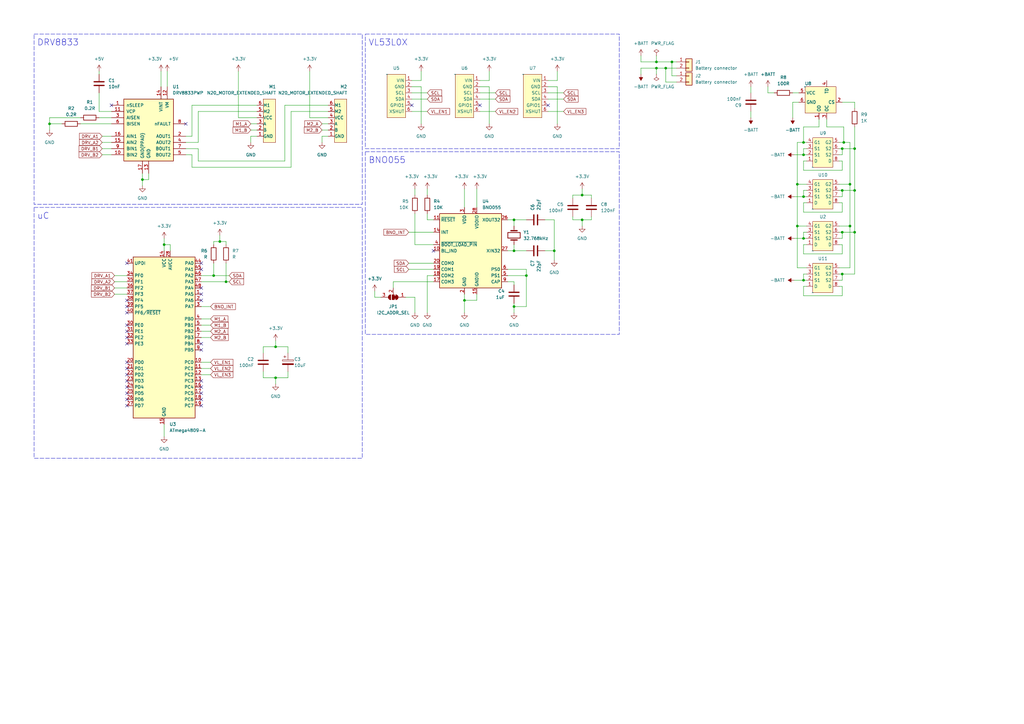
<source format=kicad_sch>
(kicad_sch (version 20230121) (generator eeschema)
  (paper "A3")
  (lib_symbols
    (symbol "Connector_Generic:Conn_01x02" (pin_names (offset 1.016) hide)
      (property "Reference" "J" (at 0 2.54 0))
      (property "Value" "Conn_01x02" (at 0 -5.08 0))
      (symbol "Conn_01x02_1_1"
        (rectangle (start -1.27 -2.413) (end 0 -2.667) (stroke (width 0.1524)))
        (rectangle (start -1.27 0.127) (end 0 -0.127) (stroke (width 0.1524)))
        (rectangle (start -1.27 1.27) (end 1.27 -3.81) (stroke (width 0.254)) (fill (type background)))
        (pin passive line (at -5.08 0 0) (length 3.81) (name "Pin_1") (number "1"))
        (pin passive line (at -5.08 -2.54 0) (length 3.81) (name "Pin_2") (number "2"))
      )
    )
    (symbol "Device:C" (pin_numbers hide) (pin_names (offset 0.254))
      (property "Reference" "C" (at 0.635 2.54 0))
      (property "Value" "C" (at 0.635 -2.54 0))
      (symbol "C_0_1"
        (polyline (pts (xy -2.032 -0.762) (xy 2.032 -0.762)) (stroke (width 0.508)))
        (polyline (pts (xy -2.032 0.762) (xy 2.032 0.762)) (stroke (width 0.508)))
      )
      (symbol "C_1_1"
        (pin passive line (at 0 3.81 270) (length 2.794) (name "~") (number "1"))
        (pin passive line (at 0 -3.81 90) (length 2.794) (name "~") (number "2"))
      )
    )
    (symbol "Device:C_Polarized" (pin_numbers hide) (pin_names (offset 0.254))
      (property "Reference" "C" (at 0.635 2.54 0))
      (property "Value" "C_Polarized" (at 0.635 -2.54 0))
      (symbol "C_Polarized_0_1"
        (rectangle (start -2.286 0.508) (end 2.286 1.016))
        (polyline (pts (xy -1.778 2.286) (xy -0.762 2.286)))
        (polyline (pts (xy -1.27 2.794) (xy -1.27 1.778)))
        (rectangle (start 2.286 -0.508) (end -2.286 -1.016) (fill (type outline)))
      )
      (symbol "C_Polarized_1_1"
        (pin passive line (at 0 3.81 270) (length 2.794) (name "~") (number "1"))
        (pin passive line (at 0 -3.81 90) (length 2.794) (name "~") (number "2"))
      )
    )
    (symbol "Device:Crystal" (pin_numbers hide) (pin_names (offset 1.016) hide)
      (property "Reference" "Y" (at 0 3.81 0))
      (property "Value" "Crystal" (at 0 -3.81 0))
      (symbol "Crystal_0_1"
        (rectangle (start -1.143 2.54) (end 1.143 -2.54) (stroke (width 0.3048)))
        (polyline (pts (xy -2.54 0) (xy -1.905 0)))
        (polyline (pts (xy -1.905 -1.27) (xy -1.905 1.27)) (stroke (width 0.508)))
        (polyline (pts (xy 1.905 -1.27) (xy 1.905 1.27)) (stroke (width 0.508)))
        (polyline (pts (xy 2.54 0) (xy 1.905 0)))
      )
      (symbol "Crystal_1_1"
        (pin passive line (at -3.81 0 0) (length 1.27) (name "1") (number "1"))
        (pin passive line (at 3.81 0 180) (length 1.27) (name "2") (number "2"))
      )
    )
    (symbol "Device:R" (pin_numbers hide) (pin_names (offset 0))
      (property "Reference" "R" (at 2.032 0 90))
      (property "Value" "R" (at 0 0 90))
      (symbol "R_0_1"
        (rectangle (start -1.016 -2.54) (end 1.016 2.54) (stroke (width 0.254)))
      )
      (symbol "R_1_1"
        (pin passive line (at 0 3.81 270) (length 1.27) (name "~") (number "1"))
        (pin passive line (at 0 -3.81 90) (length 1.27) (name "~") (number "2"))
      )
    )
    (symbol "Driver_Motor:DRV8833PWP" (pin_names (offset 1.016))
      (property "Reference" "U" (at -3.81 16.51 0))
      (property "Value" "DRV8833PWP" (at -3.81 13.97 0))
      (symbol "DRV8833PWP_0_1"
        (rectangle (start -10.16 12.7) (end 10.16 -12.7) (stroke (width 0.254)) (fill (type background)))
      )
      (symbol "DRV8833PWP_1_1"
        (pin input line (at -15.24 10.16 0) (length 5.08) (name "nSLEEP") (number "1"))
        (pin input line (at -15.24 -10.16 0) (length 5.08) (name "BIN2") (number "10"))
        (pin bidirectional line (at -15.24 7.62 0) (length 5.08) (name "VCP") (number "11"))
        (pin power_in line (at 7.62 17.78 270) (length 5.08) (name "VM") (number "12"))
        (pin power_in line (at 0 -17.78 90) (length 5.08) (name "GND") (number "13"))
        (pin power_in line (at 5.08 17.78 270) (length 5.08) (name "VINT") (number "14"))
        (pin input line (at -15.24 -5.08 0) (length 5.08) (name "AIN2") (number "15"))
        (pin input line (at -15.24 -2.54 0) (length 5.08) (name "AIN1") (number "16"))
        (pin power_in line (at -2.54 -17.78 90) (length 5.08) (name "GND(PPAD)") (number "17"))
        (pin power_out line (at 15.24 -2.54 180) (length 5.08) (name "AOUT1") (number "2"))
        (pin bidirectional line (at -15.24 5.08 0) (length 5.08) (name "AISEN") (number "3"))
        (pin power_out line (at 15.24 -5.08 180) (length 5.08) (name "AOUT2") (number "4"))
        (pin power_out line (at 15.24 -10.16 180) (length 5.08) (name "BOUT2") (number "5"))
        (pin bidirectional line (at -15.24 2.54 0) (length 5.08) (name "BISEN") (number "6"))
        (pin power_out line (at 15.24 -7.62 180) (length 5.08) (name "BOUT1") (number "7"))
        (pin open_collector line (at 15.24 2.54 180) (length 5.08) (name "nFAULT") (number "8"))
        (pin input line (at -15.24 -7.62 0) (length 5.08) (name "BIN1") (number "9"))
      )
    )
    (symbol "Jumper:SolderJumper_3_Bridged12" (pin_names (offset 0) hide)
      (property "Reference" "JP" (at -2.54 -2.54 0))
      (property "Value" "SolderJumper_3_Bridged12" (at 0 2.794 0))
      (symbol "SolderJumper_3_Bridged12_0_1"
        (rectangle (start -1.016 0.508) (end -0.508 -0.508) (fill (type outline)))
        (arc (start -1.016 1.016) (mid -2.0276 0) (end -1.016 -1.016))
        (arc (start -1.016 1.016) (mid -2.0276 0) (end -1.016 -1.016) (fill (type outline)))
        (rectangle (start -0.508 1.016) (end 0.508 -1.016) (fill (type outline)))
        (polyline (pts (xy -2.54 0) (xy -2.032 0)))
        (polyline (pts (xy -1.016 1.016) (xy -1.016 -1.016)))
        (polyline (pts (xy 0 -1.27) (xy 0 -1.016)))
        (polyline (pts (xy 1.016 1.016) (xy 1.016 -1.016)))
        (polyline (pts (xy 2.54 0) (xy 2.032 0)))
        (arc (start 1.016 -1.016) (mid 2.0276 0) (end 1.016 1.016))
        (arc (start 1.016 -1.016) (mid 2.0276 0) (end 1.016 1.016) (fill (type outline)))
      )
      (symbol "SolderJumper_3_Bridged12_1_1"
        (pin passive line (at -5.08 0 0) (length 2.54) (name "A") (number "1"))
        (pin passive line (at 0 -3.81 90) (length 2.54) (name "C") (number "2"))
        (pin passive line (at 5.08 0 180) (length 2.54) (name "B") (number "3"))
      )
    )
    (symbol "MCU_Microchip_ATmega:ATmega4809-A"
      (property "Reference" "U" (at -12.7 34.29 0))
      (property "Value" "ATmega4809-A" (at 2.54 -34.29 0))
      (symbol "ATmega4809-A_0_1"
        (rectangle (start -12.7 -33.02) (end 12.7 33.02) (stroke (width 0.254)) (fill (type background)))
      )
      (symbol "ATmega4809-A_1_1"
        (pin bidirectional line (at 15.24 17.78 180) (length 2.54) (name "PA5") (number "1"))
        (pin bidirectional line (at 15.24 -10.16 180) (length 2.54) (name "PC0") (number "10"))
        (pin bidirectional line (at 15.24 -12.7 180) (length 2.54) (name "PC1") (number "11"))
        (pin bidirectional line (at 15.24 -15.24 180) (length 2.54) (name "PC2") (number "12"))
        (pin bidirectional line (at 15.24 -17.78 180) (length 2.54) (name "PC3") (number "13"))
        (pin power_in line (at 0 35.56 270) (length 2.54) (name "VCC") (number "14"))
        (pin power_in line (at 0 -35.56 90) (length 2.54) (name "GND") (number "15"))
        (pin bidirectional line (at 15.24 -20.32 180) (length 2.54) (name "PC4") (number "16"))
        (pin bidirectional line (at 15.24 -22.86 180) (length 2.54) (name "PC5") (number "17"))
        (pin bidirectional line (at 15.24 -25.4 180) (length 2.54) (name "PC6") (number "18"))
        (pin bidirectional line (at 15.24 -27.94 180) (length 2.54) (name "PC7") (number "19"))
        (pin bidirectional line (at 15.24 15.24 180) (length 2.54) (name "PA6") (number "2"))
        (pin bidirectional line (at -15.24 -10.16 0) (length 2.54) (name "PD0") (number "20"))
        (pin bidirectional line (at -15.24 -12.7 0) (length 2.54) (name "PD1") (number "21"))
        (pin bidirectional line (at -15.24 -15.24 0) (length 2.54) (name "PD2") (number "22"))
        (pin bidirectional line (at -15.24 -17.78 0) (length 2.54) (name "PD3") (number "23"))
        (pin bidirectional line (at -15.24 -20.32 0) (length 2.54) (name "PD4") (number "24"))
        (pin bidirectional line (at -15.24 -22.86 0) (length 2.54) (name "PD5") (number "25"))
        (pin bidirectional line (at -15.24 -25.4 0) (length 2.54) (name "PD6") (number "26"))
        (pin bidirectional line (at -15.24 -27.94 0) (length 2.54) (name "PD7") (number "27"))
        (pin power_in line (at 2.54 35.56 270) (length 2.54) (name "AVCC") (number "28"))
        (pin passive line (at 0 -35.56 90) (length 2.54) hide (name "GND") (number "29"))
        (pin bidirectional line (at 15.24 12.7 180) (length 2.54) (name "PA7") (number "3"))
        (pin bidirectional line (at -15.24 5.08 0) (length 2.54) (name "PE0") (number "30"))
        (pin bidirectional line (at -15.24 2.54 0) (length 2.54) (name "PE1") (number "31"))
        (pin bidirectional line (at -15.24 0 0) (length 2.54) (name "PE2") (number "32"))
        (pin bidirectional line (at -15.24 -2.54 0) (length 2.54) (name "PE3") (number "33"))
        (pin bidirectional line (at -15.24 25.4 0) (length 2.54) (name "PF0") (number "34"))
        (pin bidirectional line (at -15.24 22.86 0) (length 2.54) (name "PF1") (number "35"))
        (pin bidirectional line (at -15.24 20.32 0) (length 2.54) (name "PF2") (number "36"))
        (pin bidirectional line (at -15.24 17.78 0) (length 2.54) (name "PF3") (number "37"))
        (pin bidirectional line (at -15.24 15.24 0) (length 2.54) (name "PF4") (number "38"))
        (pin bidirectional line (at -15.24 12.7 0) (length 2.54) (name "PF5") (number "39"))
        (pin bidirectional line (at 15.24 7.62 180) (length 2.54) (name "PB0") (number "4"))
        (pin bidirectional line (at -15.24 10.16 0) (length 2.54) (name "PF6/~{RESET}") (number "40"))
        (pin bidirectional line (at -15.24 30.48 0) (length 2.54) (name "UPDI") (number "41"))
        (pin passive line (at 0 35.56 270) (length 2.54) hide (name "VCC") (number "42"))
        (pin passive line (at 0 -35.56 90) (length 2.54) hide (name "GND") (number "43"))
        (pin bidirectional line (at 15.24 30.48 180) (length 2.54) (name "PA0") (number "44"))
        (pin bidirectional line (at 15.24 27.94 180) (length 2.54) (name "PA1") (number "45"))
        (pin bidirectional line (at 15.24 25.4 180) (length 2.54) (name "PA2") (number "46"))
        (pin bidirectional line (at 15.24 22.86 180) (length 2.54) (name "PA3") (number "47"))
        (pin bidirectional line (at 15.24 20.32 180) (length 2.54) (name "PA4") (number "48"))
        (pin bidirectional line (at 15.24 5.08 180) (length 2.54) (name "PB1") (number "5"))
        (pin bidirectional line (at 15.24 2.54 180) (length 2.54) (name "PB2") (number "6"))
        (pin bidirectional line (at 15.24 0 180) (length 2.54) (name "PB3") (number "7"))
        (pin bidirectional line (at 15.24 -2.54 180) (length 2.54) (name "PB4") (number "8"))
        (pin bidirectional line (at 15.24 -5.08 180) (length 2.54) (name "PB5") (number "9"))
      )
    )
    (symbol "Sensor_Motion:BNO055"
      (property "Reference" "U" (at -11.43 16.51 0))
      (property "Value" "BNO055" (at 12.7 16.51 0))
      (symbol "BNO055_0_1"
        (rectangle (start -12.7 15.24) (end 12.7 -15.24) (stroke (width 0.254)) (fill (type background)))
      )
      (symbol "BNO055_1_1"
        (pin no_connect line (at -12.7 10.16 0) (length 2.54) hide (name "PIN1") (number "1"))
        (pin output line (at -15.24 0 0) (length 2.54) (name "BL_IND") (number "10"))
        (pin input line (at -15.24 12.7 0) (length 2.54) (name "~{RESET}") (number "11"))
        (pin no_connect line (at 12.7 10.16 180) (length 2.54) hide (name "PIN12") (number "12"))
        (pin no_connect line (at 12.7 7.62 180) (length 2.54) hide (name "PIN13") (number "13"))
        (pin output line (at -15.24 7.62 0) (length 2.54) (name "INT") (number "14"))
        (pin power_in line (at 2.54 -17.78 90) (length 2.54) (name "GNDIO") (number "15"))
        (pin passive line (at 2.54 -17.78 90) (length 2.54) hide (name "GNDIO") (number "16"))
        (pin input line (at -15.24 -12.7 0) (length 2.54) (name "COM3") (number "17"))
        (pin passive line (at -15.24 -10.16 0) (length 2.54) (name "COM2") (number "18"))
        (pin bidirectional line (at -15.24 -7.62 0) (length 2.54) (name "COM1") (number "19"))
        (pin power_in line (at -2.54 -17.78 90) (length 2.54) (name "GND") (number "2"))
        (pin bidirectional line (at -15.24 -5.08 0) (length 2.54) (name "COM0") (number "20"))
        (pin no_connect line (at 12.7 5.08 180) (length 2.54) hide (name "PIN21") (number "21"))
        (pin no_connect line (at 12.7 2.54 180) (length 2.54) hide (name "PIN22") (number "22"))
        (pin no_connect line (at 12.7 -2.54 180) (length 2.54) hide (name "PIN23") (number "23"))
        (pin no_connect line (at 12.7 -5.08 180) (length 2.54) hide (name "PIN24") (number "24"))
        (pin passive line (at 2.54 -17.78 90) (length 2.54) hide (name "GNDIO") (number "25"))
        (pin output line (at 15.24 12.7 180) (length 2.54) (name "XOUT32") (number "26"))
        (pin input line (at 15.24 0 180) (length 2.54) (name "XIN32") (number "27"))
        (pin power_in line (at 2.54 17.78 270) (length 2.54) (name "VDDIO") (number "28"))
        (pin power_in line (at -2.54 17.78 270) (length 2.54) (name "VDD") (number "3"))
        (pin input line (at -15.24 2.54 0) (length 2.54) (name "~{BOOT_LOAD_PIN}") (number "4"))
        (pin input line (at 15.24 -10.16 180) (length 2.54) (name "PS1") (number "5"))
        (pin input line (at 15.24 -7.62 180) (length 2.54) (name "PS0") (number "6"))
        (pin no_connect line (at -12.7 5.08 0) (length 2.54) hide (name "PIN7") (number "7"))
        (pin no_connect line (at -12.7 -2.54 0) (length 2.54) hide (name "PIN8") (number "8"))
        (pin passive line (at 15.24 -12.7 180) (length 2.54) (name "CAP") (number "9"))
      )
    )
    (symbol "pololu:8205A"
      (property "Reference" "U" (at 1.27 1.27 0))
      (symbol "8205A_1_1"
        (rectangle (start 0 0) (end 8.255 -12.065) (fill (type background)))
        (pin output line (at -2.54 -2.54 0) (length 2.54) (name "D") (number "1"))
        (pin input line (at -2.54 -5.08 0) (length 2.54) (name "S1") (number "2"))
        (pin input line (at -2.54 -7.62 0) (length 2.54) (name "S1") (number "3"))
        (pin input line (at -2.54 -10.16 0) (length 2.54) (name "G1") (number "4"))
        (pin input line (at 10.795 -10.16 180) (length 2.54) (name "G2") (number "5"))
        (pin input line (at 10.795 -7.62 180) (length 2.54) (name "S2") (number "6"))
        (pin input line (at 10.795 -5.08 180) (length 2.54) (name "S2") (number "7"))
        (pin output line (at 10.795 -2.54 180) (length 2.54) (name "D") (number "8"))
      )
    )
    (symbol "pololu:DW01"
      (property "Reference" "U" (at 6.35 -5.08 0))
      (symbol "DW01_1_1"
        (rectangle (start 0 0) (end 12.7 -10.795) (fill (type background)))
        (pin output line (at 5.715 -13.335 90) (length 2.54) (name "OD") (number "1"))
        (pin input line (at 15.24 -6.35 180) (length 2.54) (name "CS") (number "2"))
        (pin output line (at 8.89 -13.335 90) (length 2.54) (name "OC") (number "3"))
        (pin output line (at 8.89 2.54 270) (length 2.54) (name "TD") (number "4"))
        (pin power_in line (at -2.54 -2.54 0) (length 2.54) (name "VCC") (number "5"))
        (pin power_in line (at -2.54 -6.35 0) (length 2.54) (name "GND") (number "6"))
      )
    )
    (symbol "pololu:N20_MOTOR_EXTENDED_SHAFT" (pin_names (offset 0.002))
      (property "Reference" "M" (at 2.54 -19.05 0))
      (property "Value" "N20_MOTOR_EXTENDED_SHAFT" (at 13.97 1.27 0))
      (symbol "N20_MOTOR_EXTENDED_SHAFT_0_1"
        (rectangle (start 0 0) (end 5.08 -17.78) (fill (type background)))
      )
      (symbol "N20_MOTOR_EXTENDED_SHAFT_1_1"
        (pin power_in line (at 7.62 -15.24 180) (length 2.54) (name "GND") (number "1"))
        (pin output line (at 7.62 -12.7 180) (length 2.54) (name "B") (number "2"))
        (pin output line (at 7.62 -10.16 180) (length 2.54) (name "A") (number "3"))
        (pin power_in line (at 7.62 -7.62 180) (length 2.54) (name "VCC") (number "4"))
        (pin input line (at 7.62 -5.08 180) (length 2.54) (name "M2") (number "5"))
        (pin input line (at 7.62 -2.54 180) (length 2.54) (name "M1") (number "6"))
      )
    )
    (symbol "pololu:VL53L0X"
      (property "Reference" "U" (at 1.27 1.27 0))
      (symbol "VL53L0X_1_1"
        (rectangle (start 0 0) (end 7.62 -17.78) (fill (type background)))
        (pin power_in line (at 10.16 -2.54 180) (length 2.54) (name "VIN") (number "1"))
        (pin power_in line (at 10.16 -5.08 180) (length 2.54) (name "GND") (number "2"))
        (pin input line (at 10.16 -7.62 180) (length 2.54) (name "SCL") (number "3"))
        (pin bidirectional line (at 10.16 -10.16 180) (length 2.54) (name "SDA") (number "4"))
        (pin output line (at 10.16 -12.7 180) (length 2.54) (name "GPIO1") (number "5"))
        (pin input line (at 10.16 -15.24 180) (length 2.54) (name "XSHUT") (number "6"))
      )
    )
    (symbol "power:+3.3V" (power) (pin_names (offset 0))
      (property "Value" "+3.3V" (at 0 3.556 0))
      (symbol "+3.3V_0_1"
        (polyline (pts (xy -0.762 1.27) (xy 0 2.54)))
        (polyline (pts (xy 0 0) (xy 0 2.54)))
        (polyline (pts (xy 0 2.54) (xy 0.762 1.27)))
      )
      (symbol "+3.3V_1_1"
        (pin power_in line (at 0 0 90) (length 0) hide (name "+3.3V") (number "1"))
      )
    )
    (symbol "power:+5V" (power) (pin_names (offset 0))
      (property "Value" "+5V" (at 0 3.556 0))
      (symbol "+5V_0_1"
        (polyline (pts (xy -0.762 1.27) (xy 0 2.54)))
        (polyline (pts (xy 0 0) (xy 0 2.54)))
        (polyline (pts (xy 0 2.54) (xy 0.762 1.27)))
      )
      (symbol "+5V_1_1"
        (pin power_in line (at 0 0 90) (length 0) hide (name "+5V") (number "1"))
      )
    )
    (symbol "power:+BATT" (power) (pin_names (offset 0))
      (property "Value" "+BATT" (at 0 3.556 0))
      (symbol "+BATT_0_1"
        (polyline (pts (xy -0.762 1.27) (xy 0 2.54)))
        (polyline (pts (xy 0 0) (xy 0 2.54)))
        (polyline (pts (xy 0 2.54) (xy 0.762 1.27)))
      )
      (symbol "+BATT_1_1"
        (pin power_in line (at 0 0 90) (length 0) hide (name "+BATT") (number "1"))
      )
    )
    (symbol "power:-BATT" (power) (pin_names (offset 0))
      (property "Value" "-BATT" (at 0 3.556 0))
      (symbol "-BATT_0_1"
        (polyline (pts (xy 0 0) (xy 0 2.54)))
        (polyline (pts (xy 0.762 1.27) (xy -0.762 1.27) (xy 0 2.54) (xy 0.762 1.27)) (fill (type outline)))
      )
      (symbol "-BATT_1_1"
        (pin power_in line (at 0 0 90) (length 0) hide (name "-BATT") (number "1"))
      )
    )
    (symbol "power:GND" (power) (pin_names (offset 0))
      (property "Value" "GND" (at 0 -3.81 0))
      (symbol "GND_0_1"
        (polyline (pts (xy 0 0) (xy 0 -1.27) (xy 1.27 -1.27) (xy 0 -2.54) (xy -1.27 -1.27) (xy 0 -1.27)))
      )
      (symbol "GND_1_1"
        (pin power_in line (at 0 0 270) (length 0) hide (name "GND") (number "1"))
      )
    )
    (symbol "power:PWR_FLAG" (power) (pin_numbers hide) (pin_names (offset 0) hide)
      (property "Value" "PWR_FLAG" (at 0 3.81 0))
      (symbol "PWR_FLAG_0_0"
        (pin power_out line (at 0 0 90) (length 0) (name "pwr") (number "1"))
      )
      (symbol "PWR_FLAG_0_1"
        (polyline (pts (xy 0 0) (xy 0 1.27) (xy -1.016 1.905) (xy 0 2.54) (xy 1.016 1.905) (xy 0 1.27)))
      )
    )
  )
  (junction (at 350.52 78.105))
  (junction (at 238.76 90.17))
  (junction (at 346.075 58.42))
  (junction (at 215.9 113.03))
  (junction (at 345.44 95.25))
  (junction (at 350.52 95.25))
  (junction (at 269.24 27.94))
  (junction (at 327.025 75.565))
  (junction (at 345.44 78.105))
  (junction (at 190.5 123.19))
  (junction (at 90.17 99.06))
  (junction (at 329.565 63.5))
  (junction (at 275.59 25.4))
  (junction (at 210.82 125.73))
  (junction (at 58.42 73.66))
  (junction (at 329.565 58.42))
  (junction (at 113.03 154.94))
  (junction (at 113.03 142.24))
  (junction (at 87.63 113.03))
  (junction (at 269.24 25.4))
  (junction (at 273.05 27.94))
  (junction (at 348.615 75.565))
  (junction (at 92.71 115.57))
  (junction (at 345.44 60.96))
  (junction (at 210.82 102.87))
  (junction (at 327.025 92.71))
  (junction (at 67.31 100.33))
  (junction (at 238.76 80.01))
  (junction (at 329.565 97.79))
  (junction (at 350.52 60.96))
  (junction (at 20.32 50.8))
  (junction (at 210.82 90.17))
  (junction (at 345.44 112.395))
  (junction (at 329.565 114.935))
  (junction (at 329.565 80.645))
  (junction (at 227.33 102.87))
  (junction (at 348.615 92.71))
  (no_connect (at 196.85 43.18))
  (no_connect (at 82.55 140.97))
  (no_connect (at 52.07 128.27))
  (no_connect (at 52.07 135.89))
  (no_connect (at 76.2 50.8))
  (no_connect (at 52.07 125.73))
  (no_connect (at 52.07 153.67))
  (no_connect (at 52.07 163.83))
  (no_connect (at 52.07 151.13))
  (no_connect (at 177.8 102.87))
  (no_connect (at 52.07 161.29))
  (no_connect (at 168.91 43.18))
  (no_connect (at 82.55 156.21))
  (no_connect (at 52.07 138.43))
  (no_connect (at 82.55 143.51))
  (no_connect (at 52.07 158.75))
  (no_connect (at 52.07 107.95))
  (no_connect (at 52.07 148.59))
  (no_connect (at 82.55 161.29))
  (no_connect (at 82.55 120.65))
  (no_connect (at 52.07 123.19))
  (no_connect (at 52.07 133.35))
  (no_connect (at 224.79 43.18))
  (no_connect (at 82.55 166.37))
  (no_connect (at 82.55 123.19))
  (no_connect (at 45.72 43.18))
  (no_connect (at 52.07 166.37))
  (no_connect (at 52.07 156.21))
  (no_connect (at 82.55 107.95))
  (no_connect (at 82.55 158.75))
  (no_connect (at 82.55 118.11))
  (no_connect (at 82.55 110.49))
  (no_connect (at 52.07 140.97))
  (no_connect (at 82.55 163.83))
  (wire (pts (xy 329.565 80.645) (xy 330.835 80.645)))
  (wire (pts (xy 224.79 38.1) (xy 231.14 38.1)))
  (wire (pts (xy 82.55 153.67) (xy 86.36 153.67)))
  (wire (pts (xy 345.44 83.185) (xy 344.17 83.185)))
  (wire (pts (xy 76.2 63.5) (xy 78.74 63.5)))
  (wire (pts (xy 348.615 92.71) (xy 348.615 109.855)))
  (wire (pts (xy 60.96 71.12) (xy 60.96 73.66)))
  (wire (pts (xy 177.8 115.57) (xy 161.29 115.57)))
  (wire (pts (xy 215.9 110.49) (xy 215.9 113.03)))
  (wire (pts (xy 234.95 80.01) (xy 234.95 81.28)))
  (wire (pts (xy 345.44 86.995) (xy 345.44 83.185)))
  (wire (pts (xy 350.52 95.25) (xy 345.44 95.25)))
  (wire (pts (xy 262.89 22.86) (xy 262.89 25.4)))
  (wire (pts (xy 238.76 80.01) (xy 234.95 80.01)))
  (wire (pts (xy 168.91 40.64) (xy 175.26 40.64)))
  (wire (pts (xy 105.41 55.88) (xy 102.87 55.88)))
  (wire (pts (xy 132.08 58.42) (xy 132.08 55.88)))
  (wire (pts (xy 234.95 90.17) (xy 234.95 88.9)))
  (wire (pts (xy 92.71 115.57) (xy 93.98 115.57)))
  (wire (pts (xy 33.02 48.26) (xy 20.32 48.26)))
  (wire (pts (xy 81.28 58.42) (xy 81.28 45.72)))
  (wire (pts (xy 170.18 100.33) (xy 170.18 87.63)))
  (wire (pts (xy 262.89 25.4) (xy 269.24 25.4)))
  (wire (pts (xy 82.55 125.73) (xy 86.36 125.73)))
  (wire (pts (xy 118.11 152.4) (xy 118.11 154.94)))
  (wire (pts (xy 134.62 48.26) (xy 127 48.26)))
  (wire (pts (xy 329.565 114.935) (xy 330.835 114.935)))
  (wire (pts (xy 329.565 86.995) (xy 345.44 86.995)))
  (wire (pts (xy 346.075 52.07) (xy 346.075 58.42)))
  (wire (pts (xy 344.17 60.96) (xy 345.44 60.96)))
  (wire (pts (xy 190.5 123.19) (xy 190.5 128.27)))
  (wire (pts (xy 307.975 35.56) (xy 307.975 38.1)))
  (wire (pts (xy 67.31 100.33) (xy 69.85 100.33)))
  (wire (pts (xy 116.84 66.04) (xy 116.84 43.18)))
  (wire (pts (xy 329.565 58.42) (xy 329.565 52.07)))
  (wire (pts (xy 92.71 107.95) (xy 92.71 115.57)))
  (wire (pts (xy 161.29 115.57) (xy 161.29 118.11)))
  (wire (pts (xy 46.99 115.57) (xy 52.07 115.57)))
  (wire (pts (xy 172.72 33.02) (xy 172.72 29.21)))
  (wire (pts (xy 195.58 77.47) (xy 195.58 85.09)))
  (wire (pts (xy 134.62 55.88) (xy 132.08 55.88)))
  (wire (pts (xy 327.025 109.855) (xy 330.835 109.855)))
  (wire (pts (xy 238.76 90.17) (xy 238.76 92.71)))
  (wire (pts (xy 345.44 60.96) (xy 350.52 60.96)))
  (wire (pts (xy 119.38 45.72) (xy 134.62 45.72)))
  (wire (pts (xy 66.04 29.21) (xy 66.04 35.56)))
  (wire (pts (xy 20.32 50.8) (xy 20.32 53.34)))
  (wire (pts (xy 275.59 25.4) (xy 277.495 25.4)))
  (wire (pts (xy 339.09 48.895) (xy 339.09 52.07)))
  (wire (pts (xy 344.17 80.645) (xy 345.44 80.645)))
  (wire (pts (xy 200.66 35.56) (xy 200.66 50.8)))
  (wire (pts (xy 175.26 77.47) (xy 175.26 80.01)))
  (wire (pts (xy 177.8 100.33) (xy 170.18 100.33)))
  (wire (pts (xy 195.58 120.65) (xy 195.58 123.19)))
  (wire (pts (xy 208.28 113.03) (xy 215.9 113.03)))
  (wire (pts (xy 223.52 90.17) (xy 227.33 90.17)))
  (wire (pts (xy 350.52 95.25) (xy 350.52 112.395)))
  (wire (pts (xy 330.835 78.105) (xy 329.565 78.105)))
  (wire (pts (xy 107.95 142.24) (xy 113.03 142.24)))
  (wire (pts (xy 132.08 53.34) (xy 134.62 53.34)))
  (wire (pts (xy 345.44 69.85) (xy 345.44 66.04)))
  (wire (pts (xy 167.64 95.25) (xy 177.8 95.25)))
  (wire (pts (xy 238.76 80.01) (xy 242.57 80.01)))
  (wire (pts (xy 81.28 45.72) (xy 105.41 45.72)))
  (wire (pts (xy 325.755 97.79) (xy 329.565 97.79)))
  (wire (pts (xy 87.63 113.03) (xy 93.98 113.03)))
  (wire (pts (xy 350.52 78.105) (xy 345.44 78.105)))
  (wire (pts (xy 269.24 25.4) (xy 275.59 25.4)))
  (wire (pts (xy 168.91 33.02) (xy 172.72 33.02)))
  (wire (pts (xy 167.64 107.95) (xy 177.8 107.95)))
  (wire (pts (xy 67.31 173.99) (xy 67.31 179.07)))
  (wire (pts (xy 67.31 97.79) (xy 67.31 100.33)))
  (wire (pts (xy 168.91 38.1) (xy 175.26 38.1)))
  (wire (pts (xy 41.91 60.96) (xy 45.72 60.96)))
  (wire (pts (xy 344.17 63.5) (xy 345.44 63.5)))
  (wire (pts (xy 329.565 112.395) (xy 329.565 114.935)))
  (wire (pts (xy 58.42 73.66) (xy 60.96 73.66)))
  (wire (pts (xy 97.79 29.21) (xy 97.79 48.26)))
  (wire (pts (xy 330.835 100.33) (xy 329.565 100.33)))
  (wire (pts (xy 87.63 99.06) (xy 87.63 100.33)))
  (wire (pts (xy 118.11 142.24) (xy 113.03 142.24)))
  (wire (pts (xy 196.85 45.72) (xy 203.2 45.72)))
  (wire (pts (xy 87.63 107.95) (xy 87.63 113.03)))
  (wire (pts (xy 78.74 63.5) (xy 78.74 68.58)))
  (wire (pts (xy 314.96 38.1) (xy 314.96 35.56)))
  (wire (pts (xy 190.5 77.47) (xy 190.5 85.09)))
  (wire (pts (xy 118.11 144.78) (xy 118.11 142.24)))
  (wire (pts (xy 327.66 41.91) (xy 325.12 41.91)))
  (wire (pts (xy 170.18 121.92) (xy 170.18 128.27)))
  (wire (pts (xy 81.28 58.42) (xy 76.2 58.42)))
  (wire (pts (xy 327.025 92.71) (xy 327.025 109.855)))
  (wire (pts (xy 269.24 27.94) (xy 269.24 30.48)))
  (wire (pts (xy 58.42 73.66) (xy 58.42 76.2)))
  (wire (pts (xy 210.82 125.73) (xy 210.82 128.27)))
  (wire (pts (xy 325.755 114.935) (xy 329.565 114.935)))
  (wire (pts (xy 227.33 102.87) (xy 223.52 102.87)))
  (wire (pts (xy 33.02 50.8) (xy 45.72 50.8)))
  (wire (pts (xy 177.8 113.03) (xy 175.26 113.03)))
  (wire (pts (xy 175.26 113.03) (xy 175.26 128.27)))
  (wire (pts (xy 238.76 90.17) (xy 234.95 90.17)))
  (wire (pts (xy 327.025 58.42) (xy 327.025 75.565)))
  (wire (pts (xy 102.87 58.42) (xy 102.87 55.88)))
  (wire (pts (xy 242.57 81.28) (xy 242.57 80.01)))
  (wire (pts (xy 82.55 138.43) (xy 86.36 138.43)))
  (wire (pts (xy 82.55 133.35) (xy 86.36 133.35)))
  (wire (pts (xy 92.71 100.33) (xy 92.71 99.06)))
  (wire (pts (xy 330.835 58.42) (xy 329.565 58.42)))
  (wire (pts (xy 113.03 154.94) (xy 113.03 157.48)))
  (wire (pts (xy 78.74 68.58) (xy 119.38 68.58)))
  (wire (pts (xy 345.44 117.475) (xy 344.17 117.475)))
  (wire (pts (xy 262.89 27.94) (xy 262.89 30.48)))
  (wire (pts (xy 307.975 45.72) (xy 307.975 48.26)))
  (wire (pts (xy 107.95 152.4) (xy 107.95 154.94)))
  (wire (pts (xy 228.6 35.56) (xy 228.6 50.8)))
  (wire (pts (xy 210.82 90.17) (xy 210.82 92.71)))
  (wire (pts (xy 348.615 58.42) (xy 348.615 75.565)))
  (wire (pts (xy 224.79 45.72) (xy 231.14 45.72)))
  (wire (pts (xy 215.9 125.73) (xy 210.82 125.73)))
  (wire (pts (xy 350.52 60.96) (xy 350.52 78.105)))
  (wire (pts (xy 329.565 78.105) (xy 329.565 80.645)))
  (wire (pts (xy 41.91 55.88) (xy 45.72 55.88)))
  (wire (pts (xy 40.64 45.72) (xy 45.72 45.72)))
  (wire (pts (xy 346.075 58.42) (xy 348.615 58.42)))
  (wire (pts (xy 170.18 77.47) (xy 170.18 80.01)))
  (wire (pts (xy 329.565 97.79) (xy 330.835 97.79)))
  (wire (pts (xy 196.85 35.56) (xy 200.66 35.56)))
  (wire (pts (xy 20.32 48.26) (xy 20.32 50.8)))
  (wire (pts (xy 330.835 60.96) (xy 329.565 60.96)))
  (wire (pts (xy 82.55 130.81) (xy 86.36 130.81)))
  (wire (pts (xy 81.28 60.96) (xy 81.28 66.04)))
  (wire (pts (xy 102.87 50.8) (xy 105.41 50.8)))
  (wire (pts (xy 167.64 110.49) (xy 177.8 110.49)))
  (wire (pts (xy 327.025 75.565) (xy 327.025 92.71)))
  (wire (pts (xy 208.28 115.57) (xy 210.82 115.57)))
  (wire (pts (xy 330.835 95.25) (xy 329.565 95.25)))
  (wire (pts (xy 273.05 27.94) (xy 277.495 27.94)))
  (wire (pts (xy 345.44 80.645) (xy 345.44 78.105)))
  (wire (pts (xy 210.82 90.17) (xy 215.9 90.17)))
  (wire (pts (xy 107.95 154.94) (xy 113.03 154.94)))
  (wire (pts (xy 41.91 58.42) (xy 45.72 58.42)))
  (wire (pts (xy 329.565 104.14) (xy 345.44 104.14)))
  (wire (pts (xy 210.82 102.87) (xy 215.9 102.87)))
  (wire (pts (xy 210.82 124.46) (xy 210.82 125.73)))
  (wire (pts (xy 327.025 92.71) (xy 330.835 92.71)))
  (wire (pts (xy 329.565 69.85) (xy 345.44 69.85)))
  (wire (pts (xy 102.87 53.34) (xy 105.41 53.34)))
  (wire (pts (xy 329.565 95.25) (xy 329.565 97.79)))
  (wire (pts (xy 269.24 22.86) (xy 269.24 25.4)))
  (wire (pts (xy 166.37 121.92) (xy 170.18 121.92)))
  (wire (pts (xy 329.565 66.04) (xy 329.565 69.85)))
  (wire (pts (xy 68.58 29.21) (xy 68.58 35.56)))
  (wire (pts (xy 90.17 99.06) (xy 92.71 99.06)))
  (wire (pts (xy 228.6 33.02) (xy 228.6 29.21)))
  (wire (pts (xy 90.17 99.06) (xy 87.63 99.06)))
  (wire (pts (xy 348.615 75.565) (xy 348.615 92.71)))
  (wire (pts (xy 345.44 121.285) (xy 345.44 117.475)))
  (wire (pts (xy 153.67 121.92) (xy 153.67 119.38)))
  (wire (pts (xy 41.91 63.5) (xy 45.72 63.5)))
  (wire (pts (xy 107.95 144.78) (xy 107.95 142.24)))
  (wire (pts (xy 168.91 35.56) (xy 172.72 35.56)))
  (wire (pts (xy 208.28 102.87) (xy 210.82 102.87)))
  (wire (pts (xy 78.74 43.18) (xy 78.74 55.88)))
  (wire (pts (xy 350.52 41.91) (xy 350.52 44.45)))
  (wire (pts (xy 329.565 58.42) (xy 327.025 58.42)))
  (wire (pts (xy 329.565 52.07) (xy 335.915 52.07)))
  (wire (pts (xy 238.76 77.47) (xy 238.76 80.01)))
  (wire (pts (xy 190.5 120.65) (xy 190.5 123.19)))
  (wire (pts (xy 153.67 121.92) (xy 156.21 121.92)))
  (wire (pts (xy 227.33 90.17) (xy 227.33 102.87)))
  (wire (pts (xy 224.79 35.56) (xy 228.6 35.56)))
  (wire (pts (xy 329.565 100.33) (xy 329.565 104.14)))
  (wire (pts (xy 325.12 41.91) (xy 325.12 48.26)))
  (wire (pts (xy 82.55 148.59) (xy 86.36 148.59)))
  (wire (pts (xy 345.44 97.79) (xy 345.44 95.25)))
  (wire (pts (xy 262.89 27.94) (xy 269.24 27.94)))
  (wire (pts (xy 224.79 33.02) (xy 228.6 33.02)))
  (wire (pts (xy 330.835 66.04) (xy 329.565 66.04)))
  (wire (pts (xy 40.64 38.1) (xy 40.64 45.72)))
  (wire (pts (xy 196.85 33.02) (xy 200.66 33.02)))
  (wire (pts (xy 339.09 52.07) (xy 346.075 52.07)))
  (wire (pts (xy 76.2 60.96) (xy 81.28 60.96)))
  (wire (pts (xy 168.91 45.72) (xy 175.26 45.72)))
  (wire (pts (xy 346.075 58.42) (xy 344.17 58.42)))
  (wire (pts (xy 345.44 63.5) (xy 345.44 60.96)))
  (wire (pts (xy 105.41 48.26) (xy 97.79 48.26)))
  (wire (pts (xy 172.72 35.56) (xy 172.72 50.8)))
  (wire (pts (xy 67.31 100.33) (xy 67.31 102.87)))
  (wire (pts (xy 330.835 112.395) (xy 329.565 112.395)))
  (wire (pts (xy 345.44 112.395) (xy 344.17 112.395)))
  (wire (pts (xy 275.59 31.115) (xy 275.59 25.4)))
  (wire (pts (xy 175.26 87.63) (xy 175.26 90.17)))
  (wire (pts (xy 20.32 50.8) (xy 25.4 50.8)))
  (wire (pts (xy 210.82 115.57) (xy 210.82 116.84)))
  (wire (pts (xy 238.76 90.17) (xy 242.57 90.17)))
  (wire (pts (xy 345.44 104.14) (xy 345.44 100.33)))
  (wire (pts (xy 46.99 118.11) (xy 52.07 118.11)))
  (wire (pts (xy 195.58 123.19) (xy 190.5 123.19)))
  (wire (pts (xy 325.12 38.1) (xy 327.66 38.1)))
  (wire (pts (xy 350.52 60.96) (xy 350.52 52.07)))
  (wire (pts (xy 82.55 115.57) (xy 92.71 115.57)))
  (wire (pts (xy 208.28 110.49) (xy 215.9 110.49)))
  (wire (pts (xy 224.79 40.64) (xy 231.14 40.64)))
  (wire (pts (xy 345.44 100.33) (xy 344.17 100.33)))
  (wire (pts (xy 325.755 80.645) (xy 329.565 80.645)))
  (wire (pts (xy 329.565 117.475) (xy 329.565 121.285)))
  (wire (pts (xy 348.615 109.855) (xy 344.17 109.855)))
  (wire (pts (xy 277.495 33.655) (xy 273.05 33.655)))
  (wire (pts (xy 81.28 66.04) (xy 116.84 66.04)))
  (wire (pts (xy 175.26 90.17) (xy 177.8 90.17)))
  (wire (pts (xy 196.85 38.1) (xy 203.2 38.1)))
  (wire (pts (xy 345.44 66.04) (xy 344.17 66.04)))
  (wire (pts (xy 325.755 63.5) (xy 329.565 63.5)))
  (wire (pts (xy 330.835 117.475) (xy 329.565 117.475)))
  (wire (pts (xy 329.565 60.96) (xy 329.565 63.5)))
  (wire (pts (xy 40.64 48.26) (xy 45.72 48.26)))
  (wire (pts (xy 40.64 29.21) (xy 40.64 30.48)))
  (wire (pts (xy 118.11 154.94) (xy 113.03 154.94)))
  (wire (pts (xy 82.55 113.03) (xy 87.63 113.03)))
  (wire (pts (xy 200.66 33.02) (xy 200.66 29.21)))
  (wire (pts (xy 269.24 27.94) (xy 273.05 27.94)))
  (wire (pts (xy 132.08 50.8) (xy 134.62 50.8)))
  (wire (pts (xy 345.44 114.935) (xy 345.44 112.395)))
  (wire (pts (xy 344.17 114.935) (xy 345.44 114.935)))
  (wire (pts (xy 329.565 83.185) (xy 329.565 86.995)))
  (wire (pts (xy 277.495 31.115) (xy 275.59 31.115)))
  (wire (pts (xy 90.17 96.52) (xy 90.17 99.06)))
  (wire (pts (xy 227.33 102.87) (xy 227.33 106.68)))
  (wire (pts (xy 116.84 43.18) (xy 134.62 43.18)))
  (wire (pts (xy 329.565 63.5) (xy 330.835 63.5)))
  (wire (pts (xy 345.44 95.25) (xy 344.17 95.25)))
  (wire (pts (xy 46.99 120.65) (xy 52.07 120.65)))
  (wire (pts (xy 350.52 112.395) (xy 345.44 112.395)))
  (wire (pts (xy 46.99 113.03) (xy 52.07 113.03)))
  (wire (pts (xy 78.74 55.88) (xy 76.2 55.88)))
  (wire (pts (xy 335.915 52.07) (xy 335.915 48.895)))
  (wire (pts (xy 58.42 71.12) (xy 58.42 73.66)))
  (wire (pts (xy 350.52 78.105) (xy 350.52 95.25)))
  (wire (pts (xy 208.28 90.17) (xy 210.82 90.17)))
  (wire (pts (xy 215.9 113.03) (xy 215.9 125.73)))
  (wire (pts (xy 273.05 33.655) (xy 273.05 27.94)))
  (wire (pts (xy 78.74 43.18) (xy 105.41 43.18)))
  (wire (pts (xy 345.44 78.105) (xy 344.17 78.105)))
  (wire (pts (xy 69.85 102.87) (xy 69.85 100.33)))
  (wire (pts (xy 196.85 40.64) (xy 203.2 40.64)))
  (wire (pts (xy 344.17 97.79) (xy 345.44 97.79)))
  (wire (pts (xy 82.55 135.89) (xy 86.36 135.89)))
  (wire (pts (xy 82.55 151.13) (xy 86.36 151.13)))
  (wire (pts (xy 348.615 92.71) (xy 344.17 92.71)))
  (wire (pts (xy 242.57 88.9) (xy 242.57 90.17)))
  (wire (pts (xy 330.835 83.185) (xy 329.565 83.185)))
  (wire (pts (xy 345.44 41.91) (xy 350.52 41.91)))
  (wire (pts (xy 119.38 68.58) (xy 119.38 45.72)))
  (wire (pts (xy 210.82 102.87) (xy 210.82 100.33)))
  (wire (pts (xy 348.615 75.565) (xy 344.17 75.565)))
  (wire (pts (xy 127 29.21) (xy 127 48.26)))
  (wire (pts (xy 113.03 142.24) (xy 113.03 139.7)))
  (wire (pts (xy 317.5 38.1) (xy 314.96 38.1)))
  (wire (pts (xy 327.025 75.565) (xy 330.835 75.565)))
  (wire (pts (xy 329.565 121.285) (xy 345.44 121.285)))
  (rectangle (start 13.97 85.09) (end 148.59 187.96) (stroke (width 0) (type dash)))
  (rectangle (start 149.86 62.23) (end 254 137.16) (stroke (width 0) (type dash)))
  (rectangle (start 13.97 13.97) (end 148.59 83.82) (stroke (width 0) (type dash)))
  (rectangle (start 149.86 13.97) (end 254 60.96) (stroke (width 0) (type dash)))
  (text "DRV8833" (at 15.24 19.05 0) (effects (font (size 2.54 2.54)) (justify left bottom)))
  (text "VL53L0X" (at 151.13 19.05 0) (effects (font (size 2.54 2.54)) (justify left bottom)))
  (text "BNO055" (at 151.13 67.31 0) (effects (font (size 2.54 2.54)) (justify left bottom)))
  (text "uC" (at 15.24 90.17 0) (effects (font (size 2.54 2.54)) (justify left bottom)))
  (global_label "DRV_A2" (shape input) (at 46.99 115.57 180) (property "Intersheetrefs" "${INTERSHEET_REFS}" (effects hide)))
  (global_label "DRV_B1" (shape input) (at 41.91 60.96 180) (property "Intersheetrefs" "${INTERSHEET_REFS}" (effects hide)))
  (global_label "DRV_B2" (shape input) (at 46.99 120.65 180) (property "Intersheetrefs" "${INTERSHEET_REFS}" (effects hide)))
  (global_label "VL_EN3" (shape input) (at 86.36 153.67 0) (property "Intersheetrefs" "${INTERSHEET_REFS}" (effects hide)))
  (global_label "M1_B" (shape input) (at 102.87 53.34 180) (property "Intersheetrefs" "${INTERSHEET_REFS}" (effects hide)))
  (global_label "SCL" (shape input) (at 167.64 110.49 180) (property "Intersheetrefs" "${INTERSHEET_REFS}" (effects hide)))
  (global_label "VL_EN2" (shape input) (at 86.36 151.13 0) (property "Intersheetrefs" "${INTERSHEET_REFS}" (effects hide)))
  (global_label "M2_A" (shape input) (at 86.36 135.89 0) (property "Intersheetrefs" "${INTERSHEET_REFS}" (effects hide)))
  (global_label "M2_B" (shape input) (at 86.36 138.43 0) (property "Intersheetrefs" "${INTERSHEET_REFS}" (effects hide)))
  (global_label "SCL" (shape input) (at 93.98 115.57 0) (property "Intersheetrefs" "${INTERSHEET_REFS}" (effects hide)))
  (global_label "M2_B" (shape input) (at 132.08 53.34 180) (property "Intersheetrefs" "${INTERSHEET_REFS}" (effects hide)))
  (global_label "VL_EN3" (shape input) (at 231.14 45.72 0) (property "Intersheetrefs" "${INTERSHEET_REFS}" (effects hide)))
  (global_label "VL_EN1" (shape input) (at 86.36 148.59 0) (property "Intersheetrefs" "${INTERSHEET_REFS}" (effects hide)))
  (global_label "SDA" (shape input) (at 175.26 40.64 0) (property "Intersheetrefs" "${INTERSHEET_REFS}" (effects hide)))
  (global_label "SDA" (shape input) (at 93.98 113.03 0) (property "Intersheetrefs" "${INTERSHEET_REFS}" (effects hide)))
  (global_label "M1_B" (shape input) (at 86.36 133.35 0) (property "Intersheetrefs" "${INTERSHEET_REFS}" (effects hide)))
  (global_label "SCL" (shape input) (at 231.14 38.1 0) (property "Intersheetrefs" "${INTERSHEET_REFS}" (effects hide)))
  (global_label "BNO_INT" (shape input) (at 167.64 95.25 180) (property "Intersheetrefs" "${INTERSHEET_REFS}" (effects hide)))
  (global_label "VL_EN2" (shape input) (at 203.2 45.72 0) (property "Intersheetrefs" "${INTERSHEET_REFS}" (effects hide)))
  (global_label "M1_A" (shape input) (at 102.87 50.8 180) (property "Intersheetrefs" "${INTERSHEET_REFS}" (effects hide)))
  (global_label "DRV_B1" (shape input) (at 46.99 118.11 180) (property "Intersheetrefs" "${INTERSHEET_REFS}" (effects hide)))
  (global_label "DRV_A1" (shape input) (at 41.91 55.88 180) (property "Intersheetrefs" "${INTERSHEET_REFS}" (effects hide)))
  (global_label "M2_A" (shape input) (at 132.08 50.8 180) (property "Intersheetrefs" "${INTERSHEET_REFS}" (effects hide)))
  (global_label "DRV_A2" (shape input) (at 41.91 58.42 180) (property "Intersheetrefs" "${INTERSHEET_REFS}" (effects hide)))
  (global_label "SCL" (shape input) (at 175.26 38.1 0) (property "Intersheetrefs" "${INTERSHEET_REFS}" (effects hide)))
  (global_label "SDA" (shape input) (at 203.2 40.64 0) (property "Intersheetrefs" "${INTERSHEET_REFS}" (effects hide)))
  (global_label "VL_EN1" (shape input) (at 175.26 45.72 0) (property "Intersheetrefs" "${INTERSHEET_REFS}" (effects hide)))
  (global_label "SDA" (shape input) (at 167.64 107.95 180) (property "Intersheetrefs" "${INTERSHEET_REFS}" (effects hide)))
  (global_label "SDA" (shape input) (at 231.14 40.64 0) (property "Intersheetrefs" "${INTERSHEET_REFS}" (effects hide)))
  (global_label "SCL" (shape input) (at 203.2 38.1 0) (property "Intersheetrefs" "${INTERSHEET_REFS}" (effects hide)))
  (global_label "M1_A" (shape input) (at 86.36 130.81 0) (property "Intersheetrefs" "${INTERSHEET_REFS}" (effects hide)))
  (global_label "DRV_A1" (shape input) (at 46.99 113.03 180) (property "Intersheetrefs" "${INTERSHEET_REFS}" (effects hide)))
  (global_label "BNO_INT" (shape input) (at 86.36 125.73 0) (property "Intersheetrefs" "${INTERSHEET_REFS}" (effects hide)))
  (global_label "DRV_B2" (shape input) (at 41.91 63.5 180) (property "Intersheetrefs" "${INTERSHEET_REFS}" (effects hide)))
  (symbol (lib_id "power:+3.3V") (at 113.03 139.7 0) (unit 1)
    (property "Reference" "#PWR023" (effects hide))
    (property "Value" "+3.3V" (at 113.03 134.62 0))
  )
  (symbol (lib_id "power:+3.3V") (at 170.18 77.47 0) (unit 1)
    (property "Reference" "#PWR013" (effects hide))
    (property "Value" "+3.3V" (at 168.91 72.39 0))
  )
  (symbol (lib_id "Device:C") (at 219.71 102.87 90) (mirror x) (unit 1)
    (property "Reference" "C7" (at 218.44 106.68 0) (effects (justify left)))
    (property "Value" "22pF" (at 220.98 106.68 0) (effects (justify left)))
    (property "Footprint" "Capacitor_SMD:C_0805_2012Metric" (effects hide))
  )
  (symbol (lib_id "power:GND") (at 67.31 179.07 0) (mirror y) (unit 1)
    (property "Reference" "#PWR07" (effects hide))
    (property "Value" "GND" (at 67.31 184.15 0))
  )
  (symbol (lib_id "pololu:8205A") (at 333.375 102.87 0) (mirror x) (unit 1)
    (property "Reference" "U2" (at 337.5025 88.9 0))
    (property "Value" "~" (at 333.375 102.87 0))
    (property "Footprint" "Package_SO:TSSOP-8_4.4x3mm_P0.65mm" (effects hide))
  )
  (symbol (lib_id "power:GND") (at 170.18 128.27 0) (mirror y) (unit 1)
    (property "Reference" "#PWR017" (effects hide))
    (property "Value" "GND" (at 170.18 133.35 0))
  )
  (symbol (lib_id "power:-BATT") (at 325.755 80.645 90) (unit 1)
    (property "Reference" "#PWR040" (effects hide))
    (property "Value" "-BATT" (at 321.945 80.645 90) (effects (justify left)))
  )
  (symbol (lib_id "power:+3.3V") (at 90.17 96.52 0) (unit 1)
    (property "Reference" "#PWR010" (effects hide))
    (property "Value" "+3.3V" (at 90.17 91.44 0))
  )
  (symbol (lib_id "pololu:8205A") (at 333.375 68.58 0) (mirror x) (unit 1)
    (property "Reference" "U9" (at 337.5025 54.61 0))
    (property "Value" "~" (at 333.375 68.58 0))
    (property "Footprint" "Package_SO:TSSOP-8_4.4x3mm_P0.65mm" (effects hide))
  )
  (symbol (lib_id "power:+BATT") (at 307.975 35.56 0) (unit 1)
    (property "Reference" "#PWR037" (effects hide))
    (property "Value" "+BATT" (at 307.975 30.48 0))
  )
  (symbol (lib_id "Device:C") (at 242.57 85.09 0) (unit 1)
    (property "Reference" "C8" (at 246.38 83.82 0) (effects (justify left)))
    (property "Value" "120nF" (at 246.38 86.36 0) (effects (justify left)))
    (property "Footprint" "Capacitor_SMD:C_0805_2012Metric" (effects hide))
  )
  (symbol (lib_id "Connector_Generic:Conn_01x02") (at 282.575 25.4 0) (unit 1)
    (property "Reference" "J1" (at 285.115 25.4 0) (effects (justify left)))
    (property "Value" "Battery connector" (at 285.115 27.94 0) (effects (justify left)))
    (property "Footprint" "Connector_JST:JST_XH_B2B-XH-AM_1x02_P2.50mm_Vertical" (effects hide))
  )
  (symbol (lib_id "power:+3.3V") (at 200.66 29.21 0) (unit 1)
    (property "Reference" "#PWR026" (effects hide))
    (property "Value" "+3.3V" (at 200.66 24.13 0))
  )
  (symbol (lib_id "Device:R") (at 175.26 83.82 180) (unit 1)
    (property "Reference" "R4" (at 177.8 82.55 0) (effects (justify right)))
    (property "Value" "10K" (at 177.8 85.09 0) (effects (justify right)))
    (property "Footprint" "Resistor_SMD:R_0805_2012Metric" (effects hide))
  )
  (symbol (lib_id "Driver_Motor:DRV8833PWP") (at 60.96 53.34 0) (unit 1)
    (property "Reference" "U1" (at 70.7741 35.56 0) (effects (justify left)))
    (property "Value" "DRV8833PWP" (at 70.7741 38.1 0) (effects (justify left)))
    (property "Footprint" "Package_SO:HTSSOP-16-1EP_4.4x5mm_P0.65mm_EP3.4x5mm_Mask2.46x2.31mm_ThermalVias" (effects hide))
    (property "Datasheet" "http://www.ti.com/lit/ds/symlink/drv8833.pdf" (effects hide))
  )
  (symbol (lib_id "power:GND") (at 227.33 106.68 0) (mirror y) (unit 1)
    (property "Reference" "#PWR022" (effects hide))
    (property "Value" "GND" (at 227.33 111.76 0))
  )
  (symbol (lib_id "Device:R") (at 321.31 38.1 90) (unit 1)
    (property "Reference" "R8" (at 321.31 31.75 90))
    (property "Value" "100R" (at 321.31 34.29 90))
    (property "Footprint" "Resistor_SMD:R_0805_2012Metric" (effects hide))
  )
  (symbol (lib_id "power:+3.3V") (at 127 29.21 0) (unit 1)
    (property "Reference" "#PWR02" (effects hide))
    (property "Value" "+3.3V" (at 127 24.13 0))
  )
  (symbol (lib_id "pololu:8205A") (at 333.375 85.725 0) (mirror x) (unit 1)
    (property "Reference" "U10" (at 337.5025 71.755 0))
    (property "Value" "~" (at 333.375 85.725 0))
    (property "Footprint" "Package_SO:TSSOP-8_4.4x3mm_P0.65mm" (effects hide))
  )
  (symbol (lib_id "Device:C") (at 307.975 41.91 180) (unit 1)
    (property "Reference" "C9" (at 304.165 43.18 0) (effects (justify left)))
    (property "Value" "100nF" (at 304.165 40.64 0) (effects (justify left)))
    (property "Footprint" "Capacitor_SMD:C_0805_2012Metric" (effects hide))
  )
  (symbol (lib_id "power:GND") (at 132.08 58.42 0) (mirror y) (unit 1)
    (property "Reference" "#PWR01" (effects hide))
    (property "Value" "GND" (at 132.08 63.5 0))
  )
  (symbol (lib_id "power:+BATT") (at 314.96 35.56 0) (unit 1)
    (property "Reference" "#PWR033" (effects hide))
    (property "Value" "+BATT" (at 314.96 30.48 0))
  )
  (symbol (lib_id "power:+3.3V") (at 195.58 77.47 0) (unit 1)
    (property "Reference" "#PWR018" (effects hide))
    (property "Value" "+3.3V" (at 196.85 72.39 0))
  )
  (symbol (lib_id "power:GND") (at 20.32 53.34 0) (mirror y) (unit 1)
    (property "Reference" "#PWR06" (effects hide))
    (property "Value" "GND" (at 20.32 58.42 0))
  )
  (symbol (lib_id "power:GND") (at 228.6 50.8 0) (mirror y) (unit 1)
    (property "Reference" "#PWR030" (effects hide))
    (property "Value" "GND" (at 228.6 55.88 0))
  )
  (symbol (lib_id "power:GND") (at 172.72 50.8 0) (mirror y) (unit 1)
    (property "Reference" "#PWR028" (effects hide))
    (property "Value" "GND" (at 172.72 55.88 0))
  )
  (symbol (lib_id "Device:C") (at 210.82 120.65 0) (mirror y) (unit 1)
    (property "Reference" "C4" (at 207.01 119.38 0) (effects (justify left)))
    (property "Value" "1uF" (at 207.01 121.92 0) (effects (justify left)))
    (property "Footprint" "Capacitor_SMD:C_0805_2012Metric" (effects hide))
  )
  (symbol (lib_id "Device:R") (at 36.83 48.26 90) (unit 1)
    (property "Reference" "R1" (at 36.83 41.91 90))
    (property "Value" "0.2R" (at 36.83 44.45 90))
    (property "Footprint" "Resistor_SMD:R_0805_2012Metric" (effects hide))
  )
  (symbol (lib_id "power:+5V") (at 40.64 29.21 0) (unit 1)
    (property "Reference" "#PWR05" (effects hide))
    (property "Value" "+5V" (at 40.64 24.13 0))
  )
  (symbol (lib_id "Device:Crystal") (at 210.82 96.52 90) (unit 1)
    (property "Reference" "Y1" (at 214.63 95.25 90) (effects (justify right)))
    (property "Value" "32.768kHz" (at 214.63 97.79 90) (effects (justify right)))
    (property "Footprint" "Crystal:Crystal_SMD_MicroCrystal_CM9V-T1A-2Pin_1.6x1.0mm" (effects hide))
  )
  (symbol (lib_id "pololu:8205A") (at 333.375 120.015 0) (mirror x) (unit 1)
    (property "Reference" "U11" (at 337.5025 106.045 0))
    (property "Value" "~" (at 333.375 120.015 0))
    (property "Footprint" "Package_SO:TSSOP-8_4.4x3mm_P0.65mm" (effects hide))
  )
  (symbol (lib_id "power:-BATT") (at 325.755 63.5 90) (unit 1)
    (property "Reference" "#PWR039" (effects hide))
    (property "Value" "-BATT" (at 321.945 63.5 90) (effects (justify left)))
  )
  (symbol (lib_id "Device:C") (at 40.64 34.29 0) (unit 1)
    (property "Reference" "C1" (at 44.45 33.02 0) (effects (justify left)))
    (property "Value" "10nF" (at 44.45 35.56 0) (effects (justify left)))
    (property "Footprint" "Capacitor_SMD:C_0805_2012Metric" (effects hide))
  )
  (symbol (lib_id "power:+3.3V") (at 97.79 29.21 0) (unit 1)
    (property "Reference" "#PWR032" (effects hide))
    (property "Value" "+3.3V" (at 97.79 24.13 0))
  )
  (symbol (lib_id "power:GND") (at 210.82 128.27 0) (mirror y) (unit 1)
    (property "Reference" "#PWR012" (effects hide))
    (property "Value" "GND" (at 210.82 133.35 0))
  )
  (symbol (lib_id "Device:R") (at 170.18 83.82 0) (mirror x) (unit 1)
    (property "Reference" "R5" (at 167.64 82.55 0) (effects (justify right)))
    (property "Value" "10K" (at 167.64 85.09 0) (effects (justify right)))
    (property "Footprint" "Resistor_SMD:R_0805_2012Metric" (effects hide))
  )
  (symbol (lib_id "power:GND") (at 238.76 92.71 0) (mirror y) (unit 1)
    (property "Reference" "#PWR021" (effects hide))
    (property "Value" "GND" (at 238.76 97.79 0))
  )
  (symbol (lib_id "power:GND") (at 113.03 157.48 0) (mirror y) (unit 1)
    (property "Reference" "#PWR011" (effects hide))
    (property "Value" "GND" (at 113.03 162.56 0))
  )
  (symbol (lib_id "power:PWR_FLAG") (at 269.24 22.86 0) (unit 1)
    (property "Reference" "#FLG01" (effects hide))
    (property "Value" "PWR_FLAG" (at 271.78 17.78 0))
  )
  (symbol (lib_id "power:-BATT") (at 307.975 48.26 180) (unit 1)
    (property "Reference" "#PWR038" (effects hide))
    (property "Value" "-BATT" (at 307.975 53.34 0))
  )
  (symbol (lib_id "Device:R") (at 29.21 50.8 90) (unit 1)
    (property "Reference" "R2" (at 29.21 44.45 90))
    (property "Value" "0.2R" (at 29.21 46.99 90))
    (property "Footprint" "Resistor_SMD:R_0805_2012Metric" (effects hide))
  )
  (symbol (lib_id "power:-BATT") (at 325.755 114.935 90) (unit 1)
    (property "Reference" "#PWR041" (effects hide))
    (property "Value" "-BATT" (at 321.945 114.935 90) (effects (justify left)))
  )
  (symbol (lib_id "MCU_Microchip_ATmega:ATmega4809-A") (at 67.31 138.43 0) (unit 1)
    (property "Reference" "U3" (at 69.5041 173.99 0) (effects (justify left)))
    (property "Value" "ATmega4809-A" (at 69.5041 176.53 0) (effects (justify left)))
    (property "Footprint" "Package_QFP:TQFP-48_7x7mm_P0.5mm" (effects hide))
    (property "Datasheet" "http://ww1.microchip.com/downloads/en/DeviceDoc/40002016A.pdf" (effects hide))
  )
  (symbol (lib_id "Device:R") (at 87.63 104.14 0) (mirror x) (unit 1)
    (property "Reference" "R6" (at 85.09 102.87 0) (effects (justify right)))
    (property "Value" "R" (at 85.09 105.41 0) (effects (justify right)))
    (property "Footprint" "Resistor_SMD:R_0805_2012Metric" (effects hide))
  )
  (symbol (lib_id "pololu:VL53L0X") (at 186.69 30.48 0) (unit 1)
    (property "Reference" "U6" (at 190.5 27.94 0))
    (property "Value" "~" (at 186.69 30.48 0))
    (property "Footprint" "pololu:VL53L0X" (effects hide))
  )
  (symbol (lib_id "power:PWR_FLAG") (at 269.24 30.48 180) (unit 1)
    (property "Reference" "#FLG02" (effects hide))
    (property "Value" "PWR_FLAG" (at 271.78 35.56 0))
  )
  (symbol (lib_id "pololu:VL53L0X") (at 158.75 30.48 0) (unit 1)
    (property "Reference" "U5" (at 162.56 27.94 0))
    (property "Value" "~" (at 158.75 30.48 0))
    (property "Footprint" "pololu:VL53L0X" (effects hide))
  )
  (symbol (lib_id "power:-BATT") (at 325.755 97.79 90) (unit 1)
    (property "Reference" "#PWR09" (effects hide))
    (property "Value" "-BATT" (at 321.945 97.79 90) (effects (justify left)))
  )
  (symbol (lib_id "Device:C") (at 219.71 90.17 90) (unit 1)
    (property "Reference" "C6" (at 218.44 86.36 0) (effects (justify left)))
    (property "Value" "22pF" (at 220.98 86.36 0) (effects (justify left)))
    (property "Footprint" "Capacitor_SMD:C_0805_2012Metric" (effects hide))
  )
  (symbol (lib_id "power:+3.3V") (at 66.04 29.21 0) (unit 1)
    (property "Reference" "#PWR04" (effects hide))
    (property "Value" "+3.3V" (at 63.5 24.13 0))
  )
  (symbol (lib_id "power:+3.3V") (at 228.6 29.21 0) (unit 1)
    (property "Reference" "#PWR027" (effects hide))
    (property "Value" "+3.3V" (at 228.6 24.13 0))
  )
  (symbol (lib_id "power:GND") (at 58.42 76.2 0) (mirror y) (unit 1)
    (property "Reference" "#PWR03" (effects hide))
    (property "Value" "GND" (at 58.42 81.28 0))
  )
  (symbol (lib_id "power:-BATT") (at 325.12 48.26 180) (unit 1)
    (property "Reference" "#PWR036" (effects hide))
    (property "Value" "-BATT" (at 325.12 53.34 0))
  )
  (symbol (lib_id "power:+5V") (at 68.58 29.21 0) (unit 1)
    (property "Reference" "#PWR031" (effects hide))
    (property "Value" "+5V" (at 71.12 24.13 0))
  )
  (symbol (lib_id "Device:R") (at 350.52 48.26 180) (unit 1)
    (property "Reference" "R9" (at 353.06 46.99 0) (effects (justify right)))
    (property "Value" "1K" (at 353.06 49.53 0) (effects (justify right)))
    (property "Footprint" "Resistor_SMD:R_0805_2012Metric" (effects hide))
  )
  (symbol (lib_id "Sensor_Motion:BNO055") (at 193.04 102.87 0) (unit 1)
    (property "Reference" "U4" (at 197.7741 82.55 0) (effects (justify left)))
    (property "Value" "BNO055" (at 197.7741 85.09 0) (effects (justify left)))
    (property "Footprint" "Package_LGA:LGA-28_5.2x3.8mm_P0.5mm" (effects hide))
    (property "Datasheet" "https://www.bosch-sensortec.com/media/boschsensortec/downloads/datasheets/bst-bno055-ds000.pdf" (effects hide))
  )
  (symbol (lib_id "power:GND") (at 190.5 128.27 0) (mirror y) (unit 1)
    (property "Reference" "#PWR014" (effects hide))
    (property "Value" "GND" (at 190.5 133.35 0))
  )
  (symbol (lib_id "power:+BATT") (at 262.89 22.86 0) (unit 1)
    (property "Reference" "#PWR035" (effects hide))
    (property "Value" "+BATT" (at 262.89 17.78 0))
  )
  (symbol (lib_id "power:+3.3V") (at 175.26 77.47 0) (unit 1)
    (property "Reference" "#PWR015" (effects hide))
    (property "Value" "+3.3V" (at 176.53 72.39 0))
  )
  (symbol (lib_id "Device:C") (at 107.95 148.59 0) (mirror y) (unit 1)
    (property "Reference" "C2" (at 104.14 147.32 0) (effects (justify left)))
    (property "Value" "100nF" (at 104.14 149.86 0) (effects (justify left)))
    (property "Footprint" "Capacitor_SMD:C_0805_2012Metric" (effects hide))
  )
  (symbol (lib_id "power:GND") (at 175.26 128.27 0) (mirror y) (unit 1)
    (property "Reference" "#PWR019" (effects hide))
    (property "Value" "GND" (at 175.26 133.35 0))
  )
  (symbol (lib_id "pololu:DW01") (at 330.2 35.56 0) (unit 1)
    (property "Reference" "U8" (at 331.47 34.29 0))
    (property "Value" "~" (at 330.2 35.56 0))
    (property "Footprint" "Package_TO_SOT_SMD:SOT-23-6" (effects hide))
  )
  (symbol (lib_id "power:+3.3V") (at 238.76 77.47 0) (unit 1)
    (property "Reference" "#PWR020" (effects hide))
    (property "Value" "+3.3V" (at 238.76 72.39 0))
  )
  (symbol (lib_id "power:GND") (at 102.87 58.42 0) (mirror y) (unit 1)
    (property "Reference" "#PWR0102" (effects hide))
    (property "Value" "GND" (at 102.87 63.5 0))
  )
  (symbol (lib_id "power:+3.3V") (at 67.31 97.79 0) (unit 1)
    (property "Reference" "#PWR08" (effects hide))
    (property "Value" "+3.3V" (at 67.31 92.71 0))
  )
  (symbol (lib_id "Device:C") (at 234.95 85.09 0) (mirror y) (unit 1)
    (property "Reference" "C5" (at 231.14 83.82 0) (effects (justify left)))
    (property "Value" "100nF" (at 231.14 86.36 0) (effects (justify left)))
    (property "Footprint" "Capacitor_SMD:C_0805_2012Metric" (effects hide))
  )
  (symbol (lib_id "power:+3.3V") (at 172.72 29.21 0) (unit 1)
    (property "Reference" "#PWR025" (effects hide))
    (property "Value" "+3.3V" (at 172.72 24.13 0))
  )
  (symbol (lib_id "pololu:VL53L0X") (at 214.63 30.48 0) (unit 1)
    (property "Reference" "U7" (at 218.44 27.94 0))
    (property "Value" "~" (at 214.63 30.48 0))
    (property "Footprint" "pololu:VL53L0X" (effects hide))
  )
  (symbol (lib_id "pololu:N20_MOTOR_EXTENDED_SHAFT") (at 142.24 40.64 0) (mirror y) (unit 1)
    (property "Reference" "M2" (at 140.97 35.56 0))
    (property "Value" "N20_MOTOR_EXTENDED_SHAFT" (at 128.27 38.1 0))
    (property "Footprint" "pololu:N20_EXTENDED_SHAFT" (effects hide))
  )
  (symbol (lib_id "Device:R") (at 92.71 104.14 180) (unit 1)
    (property "Reference" "R7" (at 95.25 102.87 0) (effects (justify right)))
    (property "Value" "R" (at 95.25 105.41 0) (effects (justify right)))
    (property "Footprint" "Resistor_SMD:R_0805_2012Metric" (effects hide))
  )
  (symbol (lib_id "power:GND") (at 200.66 50.8 0) (mirror y) (unit 1)
    (property "Reference" "#PWR029" (effects hide))
    (property "Value" "GND" (at 200.66 55.88 0))
  )
  (symbol (lib_id "power:+3.3V") (at 153.67 119.38 0) (unit 1)
    (property "Reference" "#PWR024" (effects hide))
    (property "Value" "+3.3V" (at 153.67 114.3 0))
  )
  (symbol (lib_id "Connector_Generic:Conn_01x02") (at 282.575 31.115 0) (unit 1)
    (property "Reference" "J2" (at 285.115 31.115 0) (effects (justify left)))
    (property "Value" "Battery connector" (at 285.115 33.655 0) (effects (justify left)))
    (property "Footprint" "Connector_JST:JST_XH_B2B-XH-AM_1x02_P2.50mm_Vertical" (effects hide))
  )
  (symbol (lib_id "pololu:N20_MOTOR_EXTENDED_SHAFT") (at 113.03 40.64 0) (mirror y) (unit 1)
    (property "Reference" "M1" (at 111.76 35.56 0))
    (property "Value" "N20_MOTOR_EXTENDED_SHAFT" (at 99.06 38.1 0))
    (property "Footprint" "pololu:N20_EXTENDED_SHAFT" (effects hide))
  )
  (symbol (lib_id "power:-BATT") (at 262.89 30.48 180) (unit 1)
    (property "Reference" "#PWR034" (effects hide))
    (property "Value" "-BATT" (at 262.89 35.56 0))
  )
  (symbol (lib_id "Device:C_Polarized") (at 118.11 148.59 0) (unit 1)
    (property "Reference" "C3" (at 120.65 147.32 0) (effects (justify left)))
    (property "Value" "10uF" (at 120.65 149.86 0) (effects (justify left)))
    (property "Footprint" "Capacitor_SMD:CP_Elec_4x3" (effects hide))
  )
  (symbol (lib_id "Jumper:SolderJumper_3_Bridged12") (at 161.29 121.92 180) (unit 1)
    (property "Reference" "JP1" (at 161.29 125.73 0))
    (property "Value" "I2C_ADDR_SEL" (at 161.29 128.27 0))
    (property "Footprint" "Jumper:SolderJumper-3_P1.3mm_Bridged12_Pad1.0x1.5mm_NumberLabels" (effects hide))
  )
  (symbol (lib_id "power:+3.3V") (at 190.5 77.47 0) (unit 1)
    (property "Reference" "#PWR016" (effects hide))
    (property "Value" "+3.3V" (at 189.23 72.39 0))
  )
)
</source>
